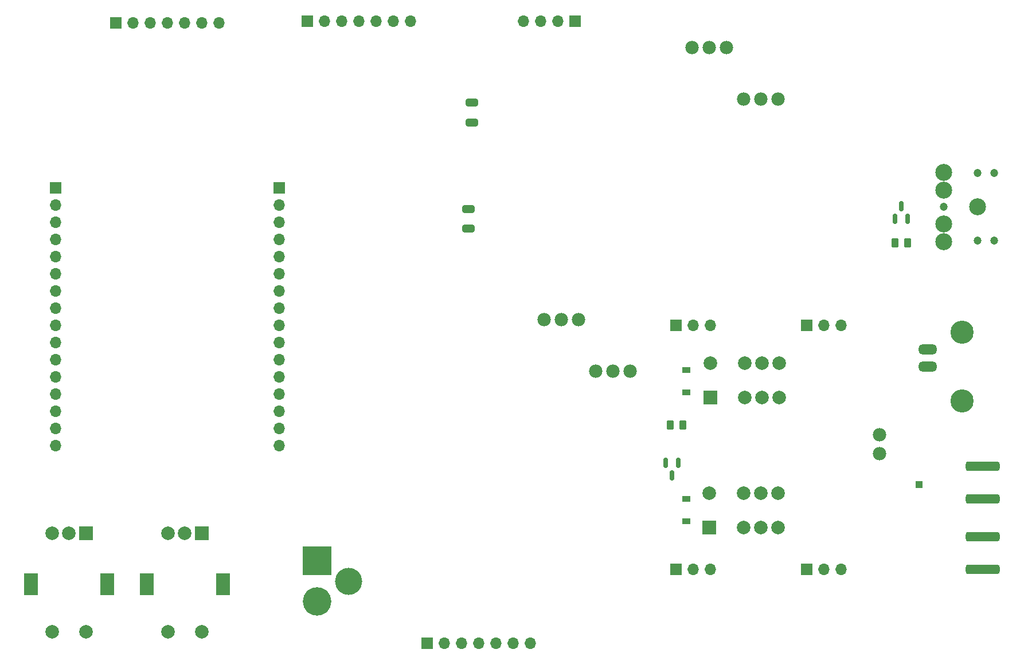
<source format=gbr>
%TF.GenerationSoftware,KiCad,Pcbnew,(6.0.10)*%
%TF.CreationDate,2023-02-15T21:48:44-05:00*%
%TF.ProjectId,SDR-Transceiver,5344522d-5472-4616-9e73-636569766572,rev?*%
%TF.SameCoordinates,Original*%
%TF.FileFunction,Soldermask,Bot*%
%TF.FilePolarity,Negative*%
%FSLAX46Y46*%
G04 Gerber Fmt 4.6, Leading zero omitted, Abs format (unit mm)*
G04 Created by KiCad (PCBNEW (6.0.10)) date 2023-02-15 21:48:44*
%MOMM*%
%LPD*%
G01*
G04 APERTURE LIST*
G04 Aperture macros list*
%AMRoundRect*
0 Rectangle with rounded corners*
0 $1 Rounding radius*
0 $2 $3 $4 $5 $6 $7 $8 $9 X,Y pos of 4 corners*
0 Add a 4 corners polygon primitive as box body*
4,1,4,$2,$3,$4,$5,$6,$7,$8,$9,$2,$3,0*
0 Add four circle primitives for the rounded corners*
1,1,$1+$1,$2,$3*
1,1,$1+$1,$4,$5*
1,1,$1+$1,$6,$7*
1,1,$1+$1,$8,$9*
0 Add four rect primitives between the rounded corners*
20,1,$1+$1,$2,$3,$4,$5,0*
20,1,$1+$1,$4,$5,$6,$7,0*
20,1,$1+$1,$6,$7,$8,$9,0*
20,1,$1+$1,$8,$9,$2,$3,0*%
G04 Aperture macros list end*
%ADD10C,1.219200*%
%ADD11R,1.700000X1.700000*%
%ADD12O,1.700000X1.700000*%
%ADD13RoundRect,0.350000X-2.150000X-0.350000X2.150000X-0.350000X2.150000X0.350000X-2.150000X0.350000X0*%
%ADD14C,1.200000*%
%ADD15C,2.503200*%
%ADD16R,2.000000X2.000000*%
%ADD17C,2.000000*%
%ADD18C,1.981200*%
%ADD19R,4.200000X4.200000*%
%ADD20C,4.200000*%
%ADD21C,4.000000*%
%ADD22R,1.000000X1.000000*%
%ADD23R,2.000000X3.200000*%
%ADD24C,3.419200*%
%ADD25O,2.819200X1.511200*%
%ADD26RoundRect,0.150000X-0.150000X0.587500X-0.150000X-0.587500X0.150000X-0.587500X0.150000X0.587500X0*%
%ADD27RoundRect,0.250000X0.262500X0.450000X-0.262500X0.450000X-0.262500X-0.450000X0.262500X-0.450000X0*%
%ADD28RoundRect,0.150000X0.150000X-0.587500X0.150000X0.587500X-0.150000X0.587500X-0.150000X-0.587500X0*%
%ADD29R,1.200000X0.900000*%
%ADD30RoundRect,0.250000X0.650000X-0.325000X0.650000X0.325000X-0.650000X0.325000X-0.650000X-0.325000X0*%
%ADD31RoundRect,0.250000X-0.262500X-0.450000X0.262500X-0.450000X0.262500X0.450000X-0.262500X0.450000X0*%
G04 APERTURE END LIST*
D10*
%TO.C,J8*%
X209858600Y-79589000D02*
G75*
G03*
X209858600Y-79589000I-609600J0D01*
G01*
X209858600Y-74589000D02*
G75*
G03*
X209858600Y-74589000I-609600J0D01*
G01*
X209858600Y-71989000D02*
G75*
G03*
X209858600Y-71989000I-609600J0D01*
G01*
X214858600Y-77089000D02*
G75*
G03*
X214858600Y-77089000I-609600J0D01*
G01*
X209858600Y-82189000D02*
G75*
G03*
X209858600Y-82189000I-609600J0D01*
G01*
%TD*%
D11*
%TO.C,J12*%
X132969000Y-141605000D03*
D12*
X135509000Y-141605000D03*
X138049000Y-141605000D03*
X140589000Y-141605000D03*
X143129000Y-141605000D03*
X145669000Y-141605000D03*
X148209000Y-141605000D03*
%TD*%
D13*
%TO.C,J7*%
X215016080Y-130662680D03*
X215023700Y-125834140D03*
%TD*%
D14*
%TO.C,J8*%
X209249000Y-77089000D03*
X216749000Y-82089000D03*
X214249000Y-82089000D03*
X214249000Y-72089000D03*
X216749000Y-72089000D03*
D15*
X209249000Y-82189000D03*
X209249000Y-79589000D03*
X214249000Y-77089000D03*
X209249000Y-71989000D03*
X209249000Y-74589000D03*
%TD*%
D11*
%TO.C,J11*%
X154813000Y-49657000D03*
D12*
X152273000Y-49657000D03*
X149733000Y-49657000D03*
X147193000Y-49657000D03*
%TD*%
D16*
%TO.C,K1*%
X174627800Y-124475500D03*
D17*
X179707800Y-124475500D03*
X182247800Y-124475500D03*
X184787800Y-124475500D03*
X184787800Y-119395500D03*
X182247800Y-119395500D03*
X179707800Y-119395500D03*
X174627800Y-119395500D03*
%TD*%
D11*
%TO.C,J10*%
X87015000Y-49886000D03*
D12*
X89555000Y-49886000D03*
X92095000Y-49886000D03*
X94635000Y-49886000D03*
X97175000Y-49886000D03*
X99715000Y-49886000D03*
X102255000Y-49886000D03*
%TD*%
D18*
%TO.C,T3*%
X150217000Y-93716594D03*
X157837000Y-101336594D03*
X152757000Y-93716594D03*
X160377000Y-101336594D03*
X155297000Y-93716594D03*
X162917000Y-101336594D03*
%TD*%
D12*
%TO.C,U10*%
X130538000Y-49657000D03*
X127998000Y-49657000D03*
X125458000Y-49657000D03*
X117838000Y-49657000D03*
X122918000Y-49657000D03*
X120378000Y-49657000D03*
D11*
X115298000Y-49657000D03*
%TD*%
D18*
%TO.C,L1*%
X199773800Y-113553500D03*
X199773800Y-110759500D03*
%TD*%
D19*
%TO.C,J9*%
X116713000Y-129413000D03*
D20*
X116713000Y-135413000D03*
D21*
X121413000Y-132413000D03*
%TD*%
D11*
%TO.C,J4*%
X188994300Y-130625000D03*
D12*
X191534300Y-130625000D03*
X194074300Y-130625000D03*
%TD*%
D11*
%TO.C,J2*%
X169690300Y-130625000D03*
D12*
X172230300Y-130625000D03*
X174770300Y-130625000D03*
%TD*%
D22*
%TO.C,TP1*%
X205615800Y-118125500D03*
%TD*%
D13*
%TO.C,J6*%
X215016080Y-120248680D03*
X215023700Y-115420140D03*
%TD*%
D16*
%TO.C,SW3*%
X99695000Y-125349000D03*
D17*
X94695000Y-125349000D03*
X97195000Y-125349000D03*
D23*
X102795000Y-132849000D03*
X91595000Y-132849000D03*
D17*
X94695000Y-139849000D03*
X99695000Y-139849000D03*
%TD*%
D11*
%TO.C,J3*%
X169690300Y-94625000D03*
D12*
X172230300Y-94625000D03*
X174770300Y-94625000D03*
%TD*%
D11*
%TO.C,J5*%
X188994300Y-94625000D03*
D12*
X191534300Y-94625000D03*
X194074300Y-94625000D03*
%TD*%
D16*
%TO.C,K2*%
X174770300Y-105293000D03*
D17*
X179850300Y-105293000D03*
X182390300Y-105293000D03*
X184930300Y-105293000D03*
X184930300Y-100213000D03*
X182390300Y-100213000D03*
X179850300Y-100213000D03*
X174770300Y-100213000D03*
%TD*%
D18*
%TO.C,T4*%
X184785000Y-61134000D03*
X177165000Y-53514000D03*
X182245000Y-61134000D03*
X174625000Y-53514000D03*
X179705000Y-61134000D03*
X172085000Y-53514000D03*
%TD*%
D24*
%TO.C,J1*%
X211963000Y-95631000D03*
X211963000Y-105791000D03*
D25*
X206883000Y-98171000D03*
X206883000Y-100711000D03*
%TD*%
D16*
%TO.C,SW2*%
X82597000Y-125349000D03*
D17*
X77597000Y-125349000D03*
X80097000Y-125349000D03*
D23*
X74497000Y-132849000D03*
X85697000Y-132849000D03*
D17*
X77597000Y-139849000D03*
X82597000Y-139849000D03*
%TD*%
D11*
%TO.C,U6*%
X78105000Y-74246000D03*
D12*
X78105000Y-76786000D03*
X78105000Y-79326000D03*
X78105000Y-81866000D03*
X78105000Y-84406000D03*
X78105000Y-86946000D03*
X78105000Y-89486000D03*
X78105000Y-92026000D03*
X78105000Y-94566000D03*
X78105000Y-97106000D03*
X78105000Y-99646000D03*
X78105000Y-102186000D03*
X78105000Y-104726000D03*
X78105000Y-107266000D03*
X78105000Y-109806000D03*
X78105000Y-112346000D03*
X111125000Y-112346000D03*
X111125000Y-109806000D03*
X111125000Y-107266000D03*
X111125000Y-104726000D03*
X111125000Y-102186000D03*
X111125000Y-99646000D03*
X111125000Y-97106000D03*
X111125000Y-94566000D03*
X111125000Y-92026000D03*
X111125000Y-89486000D03*
X111125000Y-86946000D03*
X111125000Y-84406000D03*
X111125000Y-81866000D03*
X111125000Y-79326000D03*
X111125000Y-76786000D03*
D11*
X111125000Y-74246000D03*
%TD*%
D26*
%TO.C,Q1*%
X168153000Y-114935000D03*
X170053000Y-114935000D03*
X169103000Y-116810000D03*
%TD*%
D27*
%TO.C,R31*%
X170706300Y-109347000D03*
X168881300Y-109347000D03*
%TD*%
D28*
%TO.C,Q2*%
X203957000Y-78867000D03*
X202057000Y-78867000D03*
X203007000Y-76992000D03*
%TD*%
D29*
%TO.C,D2*%
X171214300Y-104521000D03*
X171214300Y-101221000D03*
%TD*%
D30*
%TO.C,C18*%
X139611000Y-64641000D03*
X139611000Y-61691000D03*
%TD*%
%TO.C,C23*%
X139066298Y-80314000D03*
X139066298Y-77364000D03*
%TD*%
D31*
%TO.C,R32*%
X202057000Y-82423000D03*
X203882000Y-82423000D03*
%TD*%
D29*
%TO.C,D1*%
X171214300Y-123571000D03*
X171214300Y-120271000D03*
%TD*%
M02*

</source>
